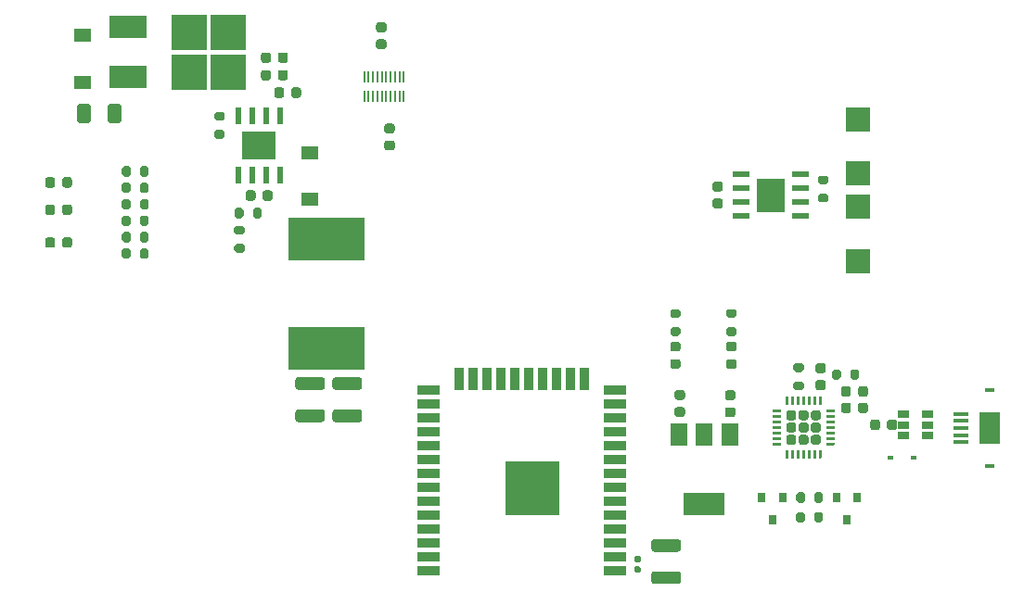
<source format=gbr>
%TF.GenerationSoftware,KiCad,Pcbnew,5.1.10-1.fc33*%
%TF.CreationDate,2021-05-26T11:17:30-04:00*%
%TF.ProjectId,UnderglowPCB,556e6465-7267-46c6-9f77-5043422e6b69,1.3.2*%
%TF.SameCoordinates,Original*%
%TF.FileFunction,Paste,Top*%
%TF.FilePolarity,Positive*%
%FSLAX46Y46*%
G04 Gerber Fmt 4.6, Leading zero omitted, Abs format (unit mm)*
G04 Created by KiCad (PCBNEW 5.1.10-1.fc33) date 2021-05-26 11:17:30*
%MOMM*%
%LPD*%
G01*
G04 APERTURE LIST*
%ADD10R,5.000000X5.000000*%
%ADD11R,2.000000X0.900000*%
%ADD12R,0.900000X2.000000*%
%ADD13R,1.524000X1.200000*%
%ADD14R,0.200000X1.100000*%
%ADD15R,0.200000X1.000000*%
%ADD16R,2.600000X3.100000*%
%ADD17R,1.550000X0.600000*%
%ADD18R,3.500000X2.000000*%
%ADD19R,3.300000X3.300000*%
%ADD20R,0.600000X0.450000*%
%ADD21R,1.060000X0.650000*%
%ADD22R,1.350000X0.400000*%
%ADD23R,1.900000X2.900000*%
%ADD24R,0.850000X0.300000*%
%ADD25R,1.500000X2.000000*%
%ADD26R,3.800000X2.000000*%
%ADD27R,0.800000X0.900000*%
%ADD28R,1.520000X1.200000*%
%ADD29R,2.260000X2.160000*%
%ADD30R,7.000000X4.000000*%
%ADD31R,0.600000X1.550000*%
%ADD32R,3.100000X2.600000*%
G04 APERTURE END LIST*
D10*
%TO.C,U1*%
X150850000Y-122705000D03*
D11*
X158350000Y-130205000D03*
X158350000Y-128935000D03*
X158350000Y-127665000D03*
X158350000Y-126395000D03*
X158350000Y-125125000D03*
X158350000Y-123855000D03*
X158350000Y-122585000D03*
X158350000Y-121315000D03*
X158350000Y-120045000D03*
X158350000Y-118775000D03*
X158350000Y-117505000D03*
X158350000Y-116235000D03*
X158350000Y-114965000D03*
X158350000Y-113695000D03*
D12*
X155565000Y-112695000D03*
X154295000Y-112695000D03*
X153025000Y-112695000D03*
X151755000Y-112695000D03*
X150485000Y-112695000D03*
X149215000Y-112695000D03*
X147945000Y-112695000D03*
X146675000Y-112695000D03*
X145405000Y-112695000D03*
X144135000Y-112695000D03*
D11*
X141350000Y-113695000D03*
X141350000Y-114965000D03*
X141350000Y-116235000D03*
X141350000Y-117505000D03*
X141350000Y-118775000D03*
X141350000Y-120045000D03*
X141350000Y-121315000D03*
X141350000Y-122585000D03*
X141350000Y-123855000D03*
X141350000Y-125125000D03*
X141350000Y-126395000D03*
X141350000Y-127665000D03*
X141350000Y-128935000D03*
X141350000Y-130205000D03*
%TD*%
D13*
%TO.C,D3*%
X130500000Y-92050000D03*
X130500000Y-96250000D03*
%TD*%
%TO.C,C1*%
G36*
G01*
X161949999Y-130300000D02*
X164150001Y-130300000D01*
G75*
G02*
X164400000Y-130549999I0J-249999D01*
G01*
X164400000Y-131200001D01*
G75*
G02*
X164150001Y-131450000I-249999J0D01*
G01*
X161949999Y-131450000D01*
G75*
G02*
X161700000Y-131200001I0J249999D01*
G01*
X161700000Y-130549999D01*
G75*
G02*
X161949999Y-130300000I249999J0D01*
G01*
G37*
G36*
G01*
X161949999Y-127350000D02*
X164150001Y-127350000D01*
G75*
G02*
X164400000Y-127599999I0J-249999D01*
G01*
X164400000Y-128250001D01*
G75*
G02*
X164150001Y-128500000I-249999J0D01*
G01*
X161949999Y-128500000D01*
G75*
G02*
X161700000Y-128250001I0J249999D01*
G01*
X161700000Y-127599999D01*
G75*
G02*
X161949999Y-127350000I249999J0D01*
G01*
G37*
%TD*%
%TO.C,C12*%
G36*
G01*
X136800000Y-80125000D02*
X137300000Y-80125000D01*
G75*
G02*
X137525000Y-80350000I0J-225000D01*
G01*
X137525000Y-80800000D01*
G75*
G02*
X137300000Y-81025000I-225000J0D01*
G01*
X136800000Y-81025000D01*
G75*
G02*
X136575000Y-80800000I0J225000D01*
G01*
X136575000Y-80350000D01*
G75*
G02*
X136800000Y-80125000I225000J0D01*
G01*
G37*
G36*
G01*
X136800000Y-81675000D02*
X137300000Y-81675000D01*
G75*
G02*
X137525000Y-81900000I0J-225000D01*
G01*
X137525000Y-82350000D01*
G75*
G02*
X137300000Y-82575000I-225000J0D01*
G01*
X136800000Y-82575000D01*
G75*
G02*
X136575000Y-82350000I0J225000D01*
G01*
X136575000Y-81900000D01*
G75*
G02*
X136800000Y-81675000I225000J0D01*
G01*
G37*
%TD*%
%TO.C,C11*%
G36*
G01*
X138050000Y-91825000D02*
X137550000Y-91825000D01*
G75*
G02*
X137325000Y-91600000I0J225000D01*
G01*
X137325000Y-91150000D01*
G75*
G02*
X137550000Y-90925000I225000J0D01*
G01*
X138050000Y-90925000D01*
G75*
G02*
X138275000Y-91150000I0J-225000D01*
G01*
X138275000Y-91600000D01*
G75*
G02*
X138050000Y-91825000I-225000J0D01*
G01*
G37*
G36*
G01*
X138050000Y-90275000D02*
X137550000Y-90275000D01*
G75*
G02*
X137325000Y-90050000I0J225000D01*
G01*
X137325000Y-89600000D01*
G75*
G02*
X137550000Y-89375000I225000J0D01*
G01*
X138050000Y-89375000D01*
G75*
G02*
X138275000Y-89600000I0J-225000D01*
G01*
X138275000Y-90050000D01*
G75*
G02*
X138050000Y-90275000I-225000J0D01*
G01*
G37*
%TD*%
D14*
%TO.C,U4*%
X135500000Y-86850000D03*
D15*
X135900000Y-86900000D03*
X136300000Y-86900000D03*
X136700000Y-86900000D03*
X137100000Y-86900000D03*
X137500000Y-86900000D03*
X137900000Y-86900000D03*
X138300000Y-86900000D03*
X138700000Y-86900000D03*
X139100000Y-86900000D03*
X139100000Y-85100000D03*
X138700000Y-85100000D03*
X138300000Y-85100000D03*
X137900000Y-85100000D03*
X137500000Y-85100000D03*
X137100000Y-85100000D03*
X136700000Y-85100000D03*
X136300000Y-85100000D03*
X135900000Y-85100000D03*
X135500000Y-85100000D03*
%TD*%
D16*
%TO.C,U6*%
X172600000Y-95925000D03*
D17*
X175300000Y-94020000D03*
X175300000Y-95290000D03*
X175300000Y-96560000D03*
X175300000Y-97830000D03*
X169900000Y-97830000D03*
X169900000Y-96560000D03*
X169900000Y-95290000D03*
X169900000Y-94020000D03*
%TD*%
%TO.C,U8*%
G36*
G01*
X178450000Y-118587500D02*
X178450000Y-118712500D01*
G75*
G02*
X178387500Y-118775000I-62500J0D01*
G01*
X177712500Y-118775000D01*
G75*
G02*
X177650000Y-118712500I0J62500D01*
G01*
X177650000Y-118587500D01*
G75*
G02*
X177712500Y-118525000I62500J0D01*
G01*
X178387500Y-118525000D01*
G75*
G02*
X178450000Y-118587500I0J-62500D01*
G01*
G37*
G36*
G01*
X178450000Y-118087500D02*
X178450000Y-118212500D01*
G75*
G02*
X178387500Y-118275000I-62500J0D01*
G01*
X177712500Y-118275000D01*
G75*
G02*
X177650000Y-118212500I0J62500D01*
G01*
X177650000Y-118087500D01*
G75*
G02*
X177712500Y-118025000I62500J0D01*
G01*
X178387500Y-118025000D01*
G75*
G02*
X178450000Y-118087500I0J-62500D01*
G01*
G37*
G36*
G01*
X178450000Y-117587500D02*
X178450000Y-117712500D01*
G75*
G02*
X178387500Y-117775000I-62500J0D01*
G01*
X177712500Y-117775000D01*
G75*
G02*
X177650000Y-117712500I0J62500D01*
G01*
X177650000Y-117587500D01*
G75*
G02*
X177712500Y-117525000I62500J0D01*
G01*
X178387500Y-117525000D01*
G75*
G02*
X178450000Y-117587500I0J-62500D01*
G01*
G37*
G36*
G01*
X178450000Y-117087500D02*
X178450000Y-117212500D01*
G75*
G02*
X178387500Y-117275000I-62500J0D01*
G01*
X177712500Y-117275000D01*
G75*
G02*
X177650000Y-117212500I0J62500D01*
G01*
X177650000Y-117087500D01*
G75*
G02*
X177712500Y-117025000I62500J0D01*
G01*
X178387500Y-117025000D01*
G75*
G02*
X178450000Y-117087500I0J-62500D01*
G01*
G37*
G36*
G01*
X178450000Y-116587500D02*
X178450000Y-116712500D01*
G75*
G02*
X178387500Y-116775000I-62500J0D01*
G01*
X177712500Y-116775000D01*
G75*
G02*
X177650000Y-116712500I0J62500D01*
G01*
X177650000Y-116587500D01*
G75*
G02*
X177712500Y-116525000I62500J0D01*
G01*
X178387500Y-116525000D01*
G75*
G02*
X178450000Y-116587500I0J-62500D01*
G01*
G37*
G36*
G01*
X178450000Y-116087500D02*
X178450000Y-116212500D01*
G75*
G02*
X178387500Y-116275000I-62500J0D01*
G01*
X177712500Y-116275000D01*
G75*
G02*
X177650000Y-116212500I0J62500D01*
G01*
X177650000Y-116087500D01*
G75*
G02*
X177712500Y-116025000I62500J0D01*
G01*
X178387500Y-116025000D01*
G75*
G02*
X178450000Y-116087500I0J-62500D01*
G01*
G37*
G36*
G01*
X178450000Y-115587500D02*
X178450000Y-115712500D01*
G75*
G02*
X178387500Y-115775000I-62500J0D01*
G01*
X177712500Y-115775000D01*
G75*
G02*
X177650000Y-115712500I0J62500D01*
G01*
X177650000Y-115587500D01*
G75*
G02*
X177712500Y-115525000I62500J0D01*
G01*
X178387500Y-115525000D01*
G75*
G02*
X178450000Y-115587500I0J-62500D01*
G01*
G37*
G36*
G01*
X177225000Y-114362500D02*
X177225000Y-115037500D01*
G75*
G02*
X177162500Y-115100000I-62500J0D01*
G01*
X177037500Y-115100000D01*
G75*
G02*
X176975000Y-115037500I0J62500D01*
G01*
X176975000Y-114362500D01*
G75*
G02*
X177037500Y-114300000I62500J0D01*
G01*
X177162500Y-114300000D01*
G75*
G02*
X177225000Y-114362500I0J-62500D01*
G01*
G37*
G36*
G01*
X176725000Y-114362500D02*
X176725000Y-115037500D01*
G75*
G02*
X176662500Y-115100000I-62500J0D01*
G01*
X176537500Y-115100000D01*
G75*
G02*
X176475000Y-115037500I0J62500D01*
G01*
X176475000Y-114362500D01*
G75*
G02*
X176537500Y-114300000I62500J0D01*
G01*
X176662500Y-114300000D01*
G75*
G02*
X176725000Y-114362500I0J-62500D01*
G01*
G37*
G36*
G01*
X176225000Y-114362500D02*
X176225000Y-115037500D01*
G75*
G02*
X176162500Y-115100000I-62500J0D01*
G01*
X176037500Y-115100000D01*
G75*
G02*
X175975000Y-115037500I0J62500D01*
G01*
X175975000Y-114362500D01*
G75*
G02*
X176037500Y-114300000I62500J0D01*
G01*
X176162500Y-114300000D01*
G75*
G02*
X176225000Y-114362500I0J-62500D01*
G01*
G37*
G36*
G01*
X175725000Y-114362500D02*
X175725000Y-115037500D01*
G75*
G02*
X175662500Y-115100000I-62500J0D01*
G01*
X175537500Y-115100000D01*
G75*
G02*
X175475000Y-115037500I0J62500D01*
G01*
X175475000Y-114362500D01*
G75*
G02*
X175537500Y-114300000I62500J0D01*
G01*
X175662500Y-114300000D01*
G75*
G02*
X175725000Y-114362500I0J-62500D01*
G01*
G37*
G36*
G01*
X175225000Y-114362500D02*
X175225000Y-115037500D01*
G75*
G02*
X175162500Y-115100000I-62500J0D01*
G01*
X175037500Y-115100000D01*
G75*
G02*
X174975000Y-115037500I0J62500D01*
G01*
X174975000Y-114362500D01*
G75*
G02*
X175037500Y-114300000I62500J0D01*
G01*
X175162500Y-114300000D01*
G75*
G02*
X175225000Y-114362500I0J-62500D01*
G01*
G37*
G36*
G01*
X174725000Y-114362500D02*
X174725000Y-115037500D01*
G75*
G02*
X174662500Y-115100000I-62500J0D01*
G01*
X174537500Y-115100000D01*
G75*
G02*
X174475000Y-115037500I0J62500D01*
G01*
X174475000Y-114362500D01*
G75*
G02*
X174537500Y-114300000I62500J0D01*
G01*
X174662500Y-114300000D01*
G75*
G02*
X174725000Y-114362500I0J-62500D01*
G01*
G37*
G36*
G01*
X174225000Y-114362500D02*
X174225000Y-115037500D01*
G75*
G02*
X174162500Y-115100000I-62500J0D01*
G01*
X174037500Y-115100000D01*
G75*
G02*
X173975000Y-115037500I0J62500D01*
G01*
X173975000Y-114362500D01*
G75*
G02*
X174037500Y-114300000I62500J0D01*
G01*
X174162500Y-114300000D01*
G75*
G02*
X174225000Y-114362500I0J-62500D01*
G01*
G37*
G36*
G01*
X173550000Y-115587500D02*
X173550000Y-115712500D01*
G75*
G02*
X173487500Y-115775000I-62500J0D01*
G01*
X172812500Y-115775000D01*
G75*
G02*
X172750000Y-115712500I0J62500D01*
G01*
X172750000Y-115587500D01*
G75*
G02*
X172812500Y-115525000I62500J0D01*
G01*
X173487500Y-115525000D01*
G75*
G02*
X173550000Y-115587500I0J-62500D01*
G01*
G37*
G36*
G01*
X173550000Y-116087500D02*
X173550000Y-116212500D01*
G75*
G02*
X173487500Y-116275000I-62500J0D01*
G01*
X172812500Y-116275000D01*
G75*
G02*
X172750000Y-116212500I0J62500D01*
G01*
X172750000Y-116087500D01*
G75*
G02*
X172812500Y-116025000I62500J0D01*
G01*
X173487500Y-116025000D01*
G75*
G02*
X173550000Y-116087500I0J-62500D01*
G01*
G37*
G36*
G01*
X173550000Y-116587500D02*
X173550000Y-116712500D01*
G75*
G02*
X173487500Y-116775000I-62500J0D01*
G01*
X172812500Y-116775000D01*
G75*
G02*
X172750000Y-116712500I0J62500D01*
G01*
X172750000Y-116587500D01*
G75*
G02*
X172812500Y-116525000I62500J0D01*
G01*
X173487500Y-116525000D01*
G75*
G02*
X173550000Y-116587500I0J-62500D01*
G01*
G37*
G36*
G01*
X173550000Y-117087500D02*
X173550000Y-117212500D01*
G75*
G02*
X173487500Y-117275000I-62500J0D01*
G01*
X172812500Y-117275000D01*
G75*
G02*
X172750000Y-117212500I0J62500D01*
G01*
X172750000Y-117087500D01*
G75*
G02*
X172812500Y-117025000I62500J0D01*
G01*
X173487500Y-117025000D01*
G75*
G02*
X173550000Y-117087500I0J-62500D01*
G01*
G37*
G36*
G01*
X173550000Y-117587500D02*
X173550000Y-117712500D01*
G75*
G02*
X173487500Y-117775000I-62500J0D01*
G01*
X172812500Y-117775000D01*
G75*
G02*
X172750000Y-117712500I0J62500D01*
G01*
X172750000Y-117587500D01*
G75*
G02*
X172812500Y-117525000I62500J0D01*
G01*
X173487500Y-117525000D01*
G75*
G02*
X173550000Y-117587500I0J-62500D01*
G01*
G37*
G36*
G01*
X173550000Y-118087500D02*
X173550000Y-118212500D01*
G75*
G02*
X173487500Y-118275000I-62500J0D01*
G01*
X172812500Y-118275000D01*
G75*
G02*
X172750000Y-118212500I0J62500D01*
G01*
X172750000Y-118087500D01*
G75*
G02*
X172812500Y-118025000I62500J0D01*
G01*
X173487500Y-118025000D01*
G75*
G02*
X173550000Y-118087500I0J-62500D01*
G01*
G37*
G36*
G01*
X173550000Y-118587500D02*
X173550000Y-118712500D01*
G75*
G02*
X173487500Y-118775000I-62500J0D01*
G01*
X172812500Y-118775000D01*
G75*
G02*
X172750000Y-118712500I0J62500D01*
G01*
X172750000Y-118587500D01*
G75*
G02*
X172812500Y-118525000I62500J0D01*
G01*
X173487500Y-118525000D01*
G75*
G02*
X173550000Y-118587500I0J-62500D01*
G01*
G37*
G36*
G01*
X174225000Y-119262500D02*
X174225000Y-119937500D01*
G75*
G02*
X174162500Y-120000000I-62500J0D01*
G01*
X174037500Y-120000000D01*
G75*
G02*
X173975000Y-119937500I0J62500D01*
G01*
X173975000Y-119262500D01*
G75*
G02*
X174037500Y-119200000I62500J0D01*
G01*
X174162500Y-119200000D01*
G75*
G02*
X174225000Y-119262500I0J-62500D01*
G01*
G37*
G36*
G01*
X174725000Y-119262500D02*
X174725000Y-119937500D01*
G75*
G02*
X174662500Y-120000000I-62500J0D01*
G01*
X174537500Y-120000000D01*
G75*
G02*
X174475000Y-119937500I0J62500D01*
G01*
X174475000Y-119262500D01*
G75*
G02*
X174537500Y-119200000I62500J0D01*
G01*
X174662500Y-119200000D01*
G75*
G02*
X174725000Y-119262500I0J-62500D01*
G01*
G37*
G36*
G01*
X175225000Y-119262500D02*
X175225000Y-119937500D01*
G75*
G02*
X175162500Y-120000000I-62500J0D01*
G01*
X175037500Y-120000000D01*
G75*
G02*
X174975000Y-119937500I0J62500D01*
G01*
X174975000Y-119262500D01*
G75*
G02*
X175037500Y-119200000I62500J0D01*
G01*
X175162500Y-119200000D01*
G75*
G02*
X175225000Y-119262500I0J-62500D01*
G01*
G37*
G36*
G01*
X175725000Y-119262500D02*
X175725000Y-119937500D01*
G75*
G02*
X175662500Y-120000000I-62500J0D01*
G01*
X175537500Y-120000000D01*
G75*
G02*
X175475000Y-119937500I0J62500D01*
G01*
X175475000Y-119262500D01*
G75*
G02*
X175537500Y-119200000I62500J0D01*
G01*
X175662500Y-119200000D01*
G75*
G02*
X175725000Y-119262500I0J-62500D01*
G01*
G37*
G36*
G01*
X176225000Y-119262500D02*
X176225000Y-119937500D01*
G75*
G02*
X176162500Y-120000000I-62500J0D01*
G01*
X176037500Y-120000000D01*
G75*
G02*
X175975000Y-119937500I0J62500D01*
G01*
X175975000Y-119262500D01*
G75*
G02*
X176037500Y-119200000I62500J0D01*
G01*
X176162500Y-119200000D01*
G75*
G02*
X176225000Y-119262500I0J-62500D01*
G01*
G37*
G36*
G01*
X176725000Y-119262500D02*
X176725000Y-119937500D01*
G75*
G02*
X176662500Y-120000000I-62500J0D01*
G01*
X176537500Y-120000000D01*
G75*
G02*
X176475000Y-119937500I0J62500D01*
G01*
X176475000Y-119262500D01*
G75*
G02*
X176537500Y-119200000I62500J0D01*
G01*
X176662500Y-119200000D01*
G75*
G02*
X176725000Y-119262500I0J-62500D01*
G01*
G37*
G36*
G01*
X177225000Y-119262500D02*
X177225000Y-119937500D01*
G75*
G02*
X177162500Y-120000000I-62500J0D01*
G01*
X177037500Y-120000000D01*
G75*
G02*
X176975000Y-119937500I0J62500D01*
G01*
X176975000Y-119262500D01*
G75*
G02*
X177037500Y-119200000I62500J0D01*
G01*
X177162500Y-119200000D01*
G75*
G02*
X177225000Y-119262500I0J-62500D01*
G01*
G37*
G36*
G01*
X177170000Y-118045000D02*
X177170000Y-118495000D01*
G75*
G02*
X176945000Y-118720000I-225000J0D01*
G01*
X176495000Y-118720000D01*
G75*
G02*
X176270000Y-118495000I0J225000D01*
G01*
X176270000Y-118045000D01*
G75*
G02*
X176495000Y-117820000I225000J0D01*
G01*
X176945000Y-117820000D01*
G75*
G02*
X177170000Y-118045000I0J-225000D01*
G01*
G37*
G36*
G01*
X177170000Y-116925000D02*
X177170000Y-117375000D01*
G75*
G02*
X176945000Y-117600000I-225000J0D01*
G01*
X176495000Y-117600000D01*
G75*
G02*
X176270000Y-117375000I0J225000D01*
G01*
X176270000Y-116925000D01*
G75*
G02*
X176495000Y-116700000I225000J0D01*
G01*
X176945000Y-116700000D01*
G75*
G02*
X177170000Y-116925000I0J-225000D01*
G01*
G37*
G36*
G01*
X177170000Y-115805000D02*
X177170000Y-116255000D01*
G75*
G02*
X176945000Y-116480000I-225000J0D01*
G01*
X176495000Y-116480000D01*
G75*
G02*
X176270000Y-116255000I0J225000D01*
G01*
X176270000Y-115805000D01*
G75*
G02*
X176495000Y-115580000I225000J0D01*
G01*
X176945000Y-115580000D01*
G75*
G02*
X177170000Y-115805000I0J-225000D01*
G01*
G37*
G36*
G01*
X176050000Y-118045000D02*
X176050000Y-118495000D01*
G75*
G02*
X175825000Y-118720000I-225000J0D01*
G01*
X175375000Y-118720000D01*
G75*
G02*
X175150000Y-118495000I0J225000D01*
G01*
X175150000Y-118045000D01*
G75*
G02*
X175375000Y-117820000I225000J0D01*
G01*
X175825000Y-117820000D01*
G75*
G02*
X176050000Y-118045000I0J-225000D01*
G01*
G37*
G36*
G01*
X176050000Y-116925000D02*
X176050000Y-117375000D01*
G75*
G02*
X175825000Y-117600000I-225000J0D01*
G01*
X175375000Y-117600000D01*
G75*
G02*
X175150000Y-117375000I0J225000D01*
G01*
X175150000Y-116925000D01*
G75*
G02*
X175375000Y-116700000I225000J0D01*
G01*
X175825000Y-116700000D01*
G75*
G02*
X176050000Y-116925000I0J-225000D01*
G01*
G37*
G36*
G01*
X176050000Y-115805000D02*
X176050000Y-116255000D01*
G75*
G02*
X175825000Y-116480000I-225000J0D01*
G01*
X175375000Y-116480000D01*
G75*
G02*
X175150000Y-116255000I0J225000D01*
G01*
X175150000Y-115805000D01*
G75*
G02*
X175375000Y-115580000I225000J0D01*
G01*
X175825000Y-115580000D01*
G75*
G02*
X176050000Y-115805000I0J-225000D01*
G01*
G37*
G36*
G01*
X174930000Y-118045000D02*
X174930000Y-118495000D01*
G75*
G02*
X174705000Y-118720000I-225000J0D01*
G01*
X174255000Y-118720000D01*
G75*
G02*
X174030000Y-118495000I0J225000D01*
G01*
X174030000Y-118045000D01*
G75*
G02*
X174255000Y-117820000I225000J0D01*
G01*
X174705000Y-117820000D01*
G75*
G02*
X174930000Y-118045000I0J-225000D01*
G01*
G37*
G36*
G01*
X174930000Y-116925000D02*
X174930000Y-117375000D01*
G75*
G02*
X174705000Y-117600000I-225000J0D01*
G01*
X174255000Y-117600000D01*
G75*
G02*
X174030000Y-117375000I0J225000D01*
G01*
X174030000Y-116925000D01*
G75*
G02*
X174255000Y-116700000I225000J0D01*
G01*
X174705000Y-116700000D01*
G75*
G02*
X174930000Y-116925000I0J-225000D01*
G01*
G37*
G36*
G01*
X174930000Y-115805000D02*
X174930000Y-116255000D01*
G75*
G02*
X174705000Y-116480000I-225000J0D01*
G01*
X174255000Y-116480000D01*
G75*
G02*
X174030000Y-116255000I0J225000D01*
G01*
X174030000Y-115805000D01*
G75*
G02*
X174255000Y-115580000I225000J0D01*
G01*
X174705000Y-115580000D01*
G75*
G02*
X174930000Y-115805000I0J-225000D01*
G01*
G37*
%TD*%
D18*
%TO.C,D1*%
X113925000Y-80550000D03*
X113925000Y-85130000D03*
D19*
X119550000Y-81050000D03*
X123100000Y-81050000D03*
X119550000Y-84650000D03*
X123100000Y-84650000D03*
%TD*%
%TO.C,C9*%
G36*
G01*
X164550000Y-114625000D02*
X164050000Y-114625000D01*
G75*
G02*
X163825000Y-114400000I0J225000D01*
G01*
X163825000Y-113950000D01*
G75*
G02*
X164050000Y-113725000I225000J0D01*
G01*
X164550000Y-113725000D01*
G75*
G02*
X164775000Y-113950000I0J-225000D01*
G01*
X164775000Y-114400000D01*
G75*
G02*
X164550000Y-114625000I-225000J0D01*
G01*
G37*
G36*
G01*
X164550000Y-116175000D02*
X164050000Y-116175000D01*
G75*
G02*
X163825000Y-115950000I0J225000D01*
G01*
X163825000Y-115500000D01*
G75*
G02*
X164050000Y-115275000I225000J0D01*
G01*
X164550000Y-115275000D01*
G75*
G02*
X164775000Y-115500000I0J-225000D01*
G01*
X164775000Y-115950000D01*
G75*
G02*
X164550000Y-116175000I-225000J0D01*
G01*
G37*
%TD*%
D20*
%TO.C,D6*%
X183550000Y-119900000D03*
X185650000Y-119900000D03*
%TD*%
%TO.C,C17*%
G36*
G01*
X179025000Y-115600000D02*
X179025000Y-115100000D01*
G75*
G02*
X179250000Y-114875000I225000J0D01*
G01*
X179700000Y-114875000D01*
G75*
G02*
X179925000Y-115100000I0J-225000D01*
G01*
X179925000Y-115600000D01*
G75*
G02*
X179700000Y-115825000I-225000J0D01*
G01*
X179250000Y-115825000D01*
G75*
G02*
X179025000Y-115600000I0J225000D01*
G01*
G37*
G36*
G01*
X180575000Y-115600000D02*
X180575000Y-115100000D01*
G75*
G02*
X180800000Y-114875000I225000J0D01*
G01*
X181250000Y-114875000D01*
G75*
G02*
X181475000Y-115100000I0J-225000D01*
G01*
X181475000Y-115600000D01*
G75*
G02*
X181250000Y-115825000I-225000J0D01*
G01*
X180800000Y-115825000D01*
G75*
G02*
X180575000Y-115600000I0J225000D01*
G01*
G37*
%TD*%
%TO.C,R7*%
G36*
G01*
X179850000Y-112575000D02*
X179850000Y-112025000D01*
G75*
G02*
X180050000Y-111825000I200000J0D01*
G01*
X180450000Y-111825000D01*
G75*
G02*
X180650000Y-112025000I0J-200000D01*
G01*
X180650000Y-112575000D01*
G75*
G02*
X180450000Y-112775000I-200000J0D01*
G01*
X180050000Y-112775000D01*
G75*
G02*
X179850000Y-112575000I0J200000D01*
G01*
G37*
G36*
G01*
X178200000Y-112575000D02*
X178200000Y-112025000D01*
G75*
G02*
X178400000Y-111825000I200000J0D01*
G01*
X178800000Y-111825000D01*
G75*
G02*
X179000000Y-112025000I0J-200000D01*
G01*
X179000000Y-112575000D01*
G75*
G02*
X178800000Y-112775000I-200000J0D01*
G01*
X178400000Y-112775000D01*
G75*
G02*
X178200000Y-112575000I0J200000D01*
G01*
G37*
%TD*%
D21*
%TO.C,U7*%
X184700000Y-116900000D03*
X184700000Y-117850000D03*
X184700000Y-115950000D03*
X186900000Y-115950000D03*
X186900000Y-116900000D03*
X186900000Y-117850000D03*
%TD*%
%TO.C,R8*%
G36*
G01*
X174875000Y-111275000D02*
X175425000Y-111275000D01*
G75*
G02*
X175625000Y-111475000I0J-200000D01*
G01*
X175625000Y-111875000D01*
G75*
G02*
X175425000Y-112075000I-200000J0D01*
G01*
X174875000Y-112075000D01*
G75*
G02*
X174675000Y-111875000I0J200000D01*
G01*
X174675000Y-111475000D01*
G75*
G02*
X174875000Y-111275000I200000J0D01*
G01*
G37*
G36*
G01*
X174875000Y-112925000D02*
X175425000Y-112925000D01*
G75*
G02*
X175625000Y-113125000I0J-200000D01*
G01*
X175625000Y-113525000D01*
G75*
G02*
X175425000Y-113725000I-200000J0D01*
G01*
X174875000Y-113725000D01*
G75*
G02*
X174675000Y-113525000I0J200000D01*
G01*
X174675000Y-113125000D01*
G75*
G02*
X174875000Y-112925000I200000J0D01*
G01*
G37*
%TD*%
D22*
%TO.C,J3*%
X189925000Y-118500000D03*
X189925000Y-117850000D03*
X189925000Y-117200000D03*
X189925000Y-115900000D03*
X189925000Y-116550000D03*
D23*
X192600000Y-117200000D03*
D24*
X192600000Y-113700000D03*
X192600000Y-120700000D03*
%TD*%
%TO.C,C14*%
G36*
G01*
X184125000Y-116650000D02*
X184125000Y-117150000D01*
G75*
G02*
X183900000Y-117375000I-225000J0D01*
G01*
X183450000Y-117375000D01*
G75*
G02*
X183225000Y-117150000I0J225000D01*
G01*
X183225000Y-116650000D01*
G75*
G02*
X183450000Y-116425000I225000J0D01*
G01*
X183900000Y-116425000D01*
G75*
G02*
X184125000Y-116650000I0J-225000D01*
G01*
G37*
G36*
G01*
X182575000Y-116650000D02*
X182575000Y-117150000D01*
G75*
G02*
X182350000Y-117375000I-225000J0D01*
G01*
X181900000Y-117375000D01*
G75*
G02*
X181675000Y-117150000I0J225000D01*
G01*
X181675000Y-116650000D01*
G75*
G02*
X181900000Y-116425000I225000J0D01*
G01*
X182350000Y-116425000D01*
G75*
G02*
X182575000Y-116650000I0J-225000D01*
G01*
G37*
%TD*%
%TO.C,C16*%
G36*
G01*
X180575000Y-114100000D02*
X180575000Y-113600000D01*
G75*
G02*
X180800000Y-113375000I225000J0D01*
G01*
X181250000Y-113375000D01*
G75*
G02*
X181475000Y-113600000I0J-225000D01*
G01*
X181475000Y-114100000D01*
G75*
G02*
X181250000Y-114325000I-225000J0D01*
G01*
X180800000Y-114325000D01*
G75*
G02*
X180575000Y-114100000I0J225000D01*
G01*
G37*
G36*
G01*
X179025000Y-114100000D02*
X179025000Y-113600000D01*
G75*
G02*
X179250000Y-113375000I225000J0D01*
G01*
X179700000Y-113375000D01*
G75*
G02*
X179925000Y-113600000I0J-225000D01*
G01*
X179925000Y-114100000D01*
G75*
G02*
X179700000Y-114325000I-225000J0D01*
G01*
X179250000Y-114325000D01*
G75*
G02*
X179025000Y-114100000I0J225000D01*
G01*
G37*
%TD*%
%TO.C,C15*%
G36*
G01*
X177400000Y-113725000D02*
X176900000Y-113725000D01*
G75*
G02*
X176675000Y-113500000I0J225000D01*
G01*
X176675000Y-113050000D01*
G75*
G02*
X176900000Y-112825000I225000J0D01*
G01*
X177400000Y-112825000D01*
G75*
G02*
X177625000Y-113050000I0J-225000D01*
G01*
X177625000Y-113500000D01*
G75*
G02*
X177400000Y-113725000I-225000J0D01*
G01*
G37*
G36*
G01*
X177400000Y-112175000D02*
X176900000Y-112175000D01*
G75*
G02*
X176675000Y-111950000I0J225000D01*
G01*
X176675000Y-111500000D01*
G75*
G02*
X176900000Y-111275000I225000J0D01*
G01*
X177400000Y-111275000D01*
G75*
G02*
X177625000Y-111500000I0J-225000D01*
G01*
X177625000Y-111950000D01*
G75*
G02*
X177400000Y-112175000I-225000J0D01*
G01*
G37*
%TD*%
%TO.C,F1*%
G36*
G01*
X112075000Y-89075000D02*
X112075000Y-87825000D01*
G75*
G02*
X112325000Y-87575000I250000J0D01*
G01*
X113075000Y-87575000D01*
G75*
G02*
X113325000Y-87825000I0J-250000D01*
G01*
X113325000Y-89075000D01*
G75*
G02*
X113075000Y-89325000I-250000J0D01*
G01*
X112325000Y-89325000D01*
G75*
G02*
X112075000Y-89075000I0J250000D01*
G01*
G37*
G36*
G01*
X109275000Y-89075000D02*
X109275000Y-87825000D01*
G75*
G02*
X109525000Y-87575000I250000J0D01*
G01*
X110275000Y-87575000D01*
G75*
G02*
X110525000Y-87825000I0J-250000D01*
G01*
X110525000Y-89075000D01*
G75*
G02*
X110275000Y-89325000I-250000J0D01*
G01*
X109525000Y-89325000D01*
G75*
G02*
X109275000Y-89075000I0J250000D01*
G01*
G37*
%TD*%
D25*
%TO.C,U3*%
X168850000Y-117800000D03*
X164250000Y-117800000D03*
X166550000Y-117800000D03*
D26*
X166550000Y-124100000D03*
%TD*%
%TO.C,C18*%
G36*
G01*
X108825000Y-97000000D02*
X108825000Y-97500000D01*
G75*
G02*
X108600000Y-97725000I-225000J0D01*
G01*
X108150000Y-97725000D01*
G75*
G02*
X107925000Y-97500000I0J225000D01*
G01*
X107925000Y-97000000D01*
G75*
G02*
X108150000Y-96775000I225000J0D01*
G01*
X108600000Y-96775000D01*
G75*
G02*
X108825000Y-97000000I0J-225000D01*
G01*
G37*
G36*
G01*
X107275000Y-97000000D02*
X107275000Y-97500000D01*
G75*
G02*
X107050000Y-97725000I-225000J0D01*
G01*
X106600000Y-97725000D01*
G75*
G02*
X106375000Y-97500000I0J225000D01*
G01*
X106375000Y-97000000D01*
G75*
G02*
X106600000Y-96775000I225000J0D01*
G01*
X107050000Y-96775000D01*
G75*
G02*
X107275000Y-97000000I0J-225000D01*
G01*
G37*
%TD*%
%TO.C,C19*%
G36*
G01*
X107275000Y-100000000D02*
X107275000Y-100500000D01*
G75*
G02*
X107050000Y-100725000I-225000J0D01*
G01*
X106600000Y-100725000D01*
G75*
G02*
X106375000Y-100500000I0J225000D01*
G01*
X106375000Y-100000000D01*
G75*
G02*
X106600000Y-99775000I225000J0D01*
G01*
X107050000Y-99775000D01*
G75*
G02*
X107275000Y-100000000I0J-225000D01*
G01*
G37*
G36*
G01*
X108825000Y-100000000D02*
X108825000Y-100500000D01*
G75*
G02*
X108600000Y-100725000I-225000J0D01*
G01*
X108150000Y-100725000D01*
G75*
G02*
X107925000Y-100500000I0J225000D01*
G01*
X107925000Y-100000000D01*
G75*
G02*
X108150000Y-99775000I225000J0D01*
G01*
X108600000Y-99775000D01*
G75*
G02*
X108825000Y-100000000I0J-225000D01*
G01*
G37*
%TD*%
%TO.C,C20*%
G36*
G01*
X108825000Y-94500000D02*
X108825000Y-95000000D01*
G75*
G02*
X108600000Y-95225000I-225000J0D01*
G01*
X108150000Y-95225000D01*
G75*
G02*
X107925000Y-95000000I0J225000D01*
G01*
X107925000Y-94500000D01*
G75*
G02*
X108150000Y-94275000I225000J0D01*
G01*
X108600000Y-94275000D01*
G75*
G02*
X108825000Y-94500000I0J-225000D01*
G01*
G37*
G36*
G01*
X107275000Y-94500000D02*
X107275000Y-95000000D01*
G75*
G02*
X107050000Y-95225000I-225000J0D01*
G01*
X106600000Y-95225000D01*
G75*
G02*
X106375000Y-95000000I0J225000D01*
G01*
X106375000Y-94500000D01*
G75*
G02*
X106600000Y-94275000I225000J0D01*
G01*
X107050000Y-94275000D01*
G75*
G02*
X107275000Y-94500000I0J-225000D01*
G01*
G37*
%TD*%
%TO.C,C13*%
G36*
G01*
X168000000Y-97125000D02*
X167500000Y-97125000D01*
G75*
G02*
X167275000Y-96900000I0J225000D01*
G01*
X167275000Y-96450000D01*
G75*
G02*
X167500000Y-96225000I225000J0D01*
G01*
X168000000Y-96225000D01*
G75*
G02*
X168225000Y-96450000I0J-225000D01*
G01*
X168225000Y-96900000D01*
G75*
G02*
X168000000Y-97125000I-225000J0D01*
G01*
G37*
G36*
G01*
X168000000Y-95575000D02*
X167500000Y-95575000D01*
G75*
G02*
X167275000Y-95350000I0J225000D01*
G01*
X167275000Y-94900000D01*
G75*
G02*
X167500000Y-94675000I225000J0D01*
G01*
X168000000Y-94675000D01*
G75*
G02*
X168225000Y-94900000I0J-225000D01*
G01*
X168225000Y-95350000D01*
G75*
G02*
X168000000Y-95575000I-225000J0D01*
G01*
G37*
%TD*%
%TO.C,R9*%
G36*
G01*
X115025000Y-97025000D02*
X115025000Y-96475000D01*
G75*
G02*
X115225000Y-96275000I200000J0D01*
G01*
X115625000Y-96275000D01*
G75*
G02*
X115825000Y-96475000I0J-200000D01*
G01*
X115825000Y-97025000D01*
G75*
G02*
X115625000Y-97225000I-200000J0D01*
G01*
X115225000Y-97225000D01*
G75*
G02*
X115025000Y-97025000I0J200000D01*
G01*
G37*
G36*
G01*
X113375000Y-97025000D02*
X113375000Y-96475000D01*
G75*
G02*
X113575000Y-96275000I200000J0D01*
G01*
X113975000Y-96275000D01*
G75*
G02*
X114175000Y-96475000I0J-200000D01*
G01*
X114175000Y-97025000D01*
G75*
G02*
X113975000Y-97225000I-200000J0D01*
G01*
X113575000Y-97225000D01*
G75*
G02*
X113375000Y-97025000I0J200000D01*
G01*
G37*
%TD*%
%TO.C,R10*%
G36*
G01*
X115825000Y-97975000D02*
X115825000Y-98525000D01*
G75*
G02*
X115625000Y-98725000I-200000J0D01*
G01*
X115225000Y-98725000D01*
G75*
G02*
X115025000Y-98525000I0J200000D01*
G01*
X115025000Y-97975000D01*
G75*
G02*
X115225000Y-97775000I200000J0D01*
G01*
X115625000Y-97775000D01*
G75*
G02*
X115825000Y-97975000I0J-200000D01*
G01*
G37*
G36*
G01*
X114175000Y-97975000D02*
X114175000Y-98525000D01*
G75*
G02*
X113975000Y-98725000I-200000J0D01*
G01*
X113575000Y-98725000D01*
G75*
G02*
X113375000Y-98525000I0J200000D01*
G01*
X113375000Y-97975000D01*
G75*
G02*
X113575000Y-97775000I200000J0D01*
G01*
X113975000Y-97775000D01*
G75*
G02*
X114175000Y-97975000I0J-200000D01*
G01*
G37*
%TD*%
%TO.C,R11*%
G36*
G01*
X115025000Y-100025000D02*
X115025000Y-99475000D01*
G75*
G02*
X115225000Y-99275000I200000J0D01*
G01*
X115625000Y-99275000D01*
G75*
G02*
X115825000Y-99475000I0J-200000D01*
G01*
X115825000Y-100025000D01*
G75*
G02*
X115625000Y-100225000I-200000J0D01*
G01*
X115225000Y-100225000D01*
G75*
G02*
X115025000Y-100025000I0J200000D01*
G01*
G37*
G36*
G01*
X113375000Y-100025000D02*
X113375000Y-99475000D01*
G75*
G02*
X113575000Y-99275000I200000J0D01*
G01*
X113975000Y-99275000D01*
G75*
G02*
X114175000Y-99475000I0J-200000D01*
G01*
X114175000Y-100025000D01*
G75*
G02*
X113975000Y-100225000I-200000J0D01*
G01*
X113575000Y-100225000D01*
G75*
G02*
X113375000Y-100025000I0J200000D01*
G01*
G37*
%TD*%
%TO.C,R12*%
G36*
G01*
X115825000Y-100975000D02*
X115825000Y-101525000D01*
G75*
G02*
X115625000Y-101725000I-200000J0D01*
G01*
X115225000Y-101725000D01*
G75*
G02*
X115025000Y-101525000I0J200000D01*
G01*
X115025000Y-100975000D01*
G75*
G02*
X115225000Y-100775000I200000J0D01*
G01*
X115625000Y-100775000D01*
G75*
G02*
X115825000Y-100975000I0J-200000D01*
G01*
G37*
G36*
G01*
X114175000Y-100975000D02*
X114175000Y-101525000D01*
G75*
G02*
X113975000Y-101725000I-200000J0D01*
G01*
X113575000Y-101725000D01*
G75*
G02*
X113375000Y-101525000I0J200000D01*
G01*
X113375000Y-100975000D01*
G75*
G02*
X113575000Y-100775000I200000J0D01*
G01*
X113975000Y-100775000D01*
G75*
G02*
X114175000Y-100975000I0J-200000D01*
G01*
G37*
%TD*%
%TO.C,R13*%
G36*
G01*
X115025000Y-94025000D02*
X115025000Y-93475000D01*
G75*
G02*
X115225000Y-93275000I200000J0D01*
G01*
X115625000Y-93275000D01*
G75*
G02*
X115825000Y-93475000I0J-200000D01*
G01*
X115825000Y-94025000D01*
G75*
G02*
X115625000Y-94225000I-200000J0D01*
G01*
X115225000Y-94225000D01*
G75*
G02*
X115025000Y-94025000I0J200000D01*
G01*
G37*
G36*
G01*
X113375000Y-94025000D02*
X113375000Y-93475000D01*
G75*
G02*
X113575000Y-93275000I200000J0D01*
G01*
X113975000Y-93275000D01*
G75*
G02*
X114175000Y-93475000I0J-200000D01*
G01*
X114175000Y-94025000D01*
G75*
G02*
X113975000Y-94225000I-200000J0D01*
G01*
X113575000Y-94225000D01*
G75*
G02*
X113375000Y-94025000I0J200000D01*
G01*
G37*
%TD*%
%TO.C,R14*%
G36*
G01*
X115825000Y-94975000D02*
X115825000Y-95525000D01*
G75*
G02*
X115625000Y-95725000I-200000J0D01*
G01*
X115225000Y-95725000D01*
G75*
G02*
X115025000Y-95525000I0J200000D01*
G01*
X115025000Y-94975000D01*
G75*
G02*
X115225000Y-94775000I200000J0D01*
G01*
X115625000Y-94775000D01*
G75*
G02*
X115825000Y-94975000I0J-200000D01*
G01*
G37*
G36*
G01*
X114175000Y-94975000D02*
X114175000Y-95525000D01*
G75*
G02*
X113975000Y-95725000I-200000J0D01*
G01*
X113575000Y-95725000D01*
G75*
G02*
X113375000Y-95525000I0J200000D01*
G01*
X113375000Y-94975000D01*
G75*
G02*
X113575000Y-94775000I200000J0D01*
G01*
X113975000Y-94775000D01*
G75*
G02*
X114175000Y-94975000I0J-200000D01*
G01*
G37*
%TD*%
%TO.C,R4*%
G36*
G01*
X176575000Y-125625000D02*
X176575000Y-125075000D01*
G75*
G02*
X176775000Y-124875000I200000J0D01*
G01*
X177175000Y-124875000D01*
G75*
G02*
X177375000Y-125075000I0J-200000D01*
G01*
X177375000Y-125625000D01*
G75*
G02*
X177175000Y-125825000I-200000J0D01*
G01*
X176775000Y-125825000D01*
G75*
G02*
X176575000Y-125625000I0J200000D01*
G01*
G37*
G36*
G01*
X174925000Y-125625000D02*
X174925000Y-125075000D01*
G75*
G02*
X175125000Y-124875000I200000J0D01*
G01*
X175525000Y-124875000D01*
G75*
G02*
X175725000Y-125075000I0J-200000D01*
G01*
X175725000Y-125625000D01*
G75*
G02*
X175525000Y-125825000I-200000J0D01*
G01*
X175125000Y-125825000D01*
G75*
G02*
X174925000Y-125625000I0J200000D01*
G01*
G37*
%TD*%
%TO.C,R5*%
G36*
G01*
X177375000Y-123275000D02*
X177375000Y-123825000D01*
G75*
G02*
X177175000Y-124025000I-200000J0D01*
G01*
X176775000Y-124025000D01*
G75*
G02*
X176575000Y-123825000I0J200000D01*
G01*
X176575000Y-123275000D01*
G75*
G02*
X176775000Y-123075000I200000J0D01*
G01*
X177175000Y-123075000D01*
G75*
G02*
X177375000Y-123275000I0J-200000D01*
G01*
G37*
G36*
G01*
X175725000Y-123275000D02*
X175725000Y-123825000D01*
G75*
G02*
X175525000Y-124025000I-200000J0D01*
G01*
X175125000Y-124025000D01*
G75*
G02*
X174925000Y-123825000I0J200000D01*
G01*
X174925000Y-123275000D01*
G75*
G02*
X175125000Y-123075000I200000J0D01*
G01*
X175525000Y-123075000D01*
G75*
G02*
X175725000Y-123275000I0J-200000D01*
G01*
G37*
%TD*%
%TO.C,R6*%
G36*
G01*
X177125000Y-94125000D02*
X177675000Y-94125000D01*
G75*
G02*
X177875000Y-94325000I0J-200000D01*
G01*
X177875000Y-94725000D01*
G75*
G02*
X177675000Y-94925000I-200000J0D01*
G01*
X177125000Y-94925000D01*
G75*
G02*
X176925000Y-94725000I0J200000D01*
G01*
X176925000Y-94325000D01*
G75*
G02*
X177125000Y-94125000I200000J0D01*
G01*
G37*
G36*
G01*
X177125000Y-95775000D02*
X177675000Y-95775000D01*
G75*
G02*
X177875000Y-95975000I0J-200000D01*
G01*
X177875000Y-96375000D01*
G75*
G02*
X177675000Y-96575000I-200000J0D01*
G01*
X177125000Y-96575000D01*
G75*
G02*
X176925000Y-96375000I0J200000D01*
G01*
X176925000Y-95975000D01*
G75*
G02*
X177125000Y-95775000I200000J0D01*
G01*
G37*
%TD*%
D27*
%TO.C,Q1*%
X173700000Y-123550000D03*
X171800000Y-123550000D03*
X172750000Y-125550000D03*
%TD*%
%TO.C,Q2*%
X179550000Y-125550000D03*
X178600000Y-123550000D03*
X180500000Y-123550000D03*
%TD*%
%TO.C,C10*%
G36*
G01*
X169150000Y-116200000D02*
X168650000Y-116200000D01*
G75*
G02*
X168425000Y-115975000I0J225000D01*
G01*
X168425000Y-115525000D01*
G75*
G02*
X168650000Y-115300000I225000J0D01*
G01*
X169150000Y-115300000D01*
G75*
G02*
X169375000Y-115525000I0J-225000D01*
G01*
X169375000Y-115975000D01*
G75*
G02*
X169150000Y-116200000I-225000J0D01*
G01*
G37*
G36*
G01*
X169150000Y-114650000D02*
X168650000Y-114650000D01*
G75*
G02*
X168425000Y-114425000I0J225000D01*
G01*
X168425000Y-113975000D01*
G75*
G02*
X168650000Y-113750000I225000J0D01*
G01*
X169150000Y-113750000D01*
G75*
G02*
X169375000Y-113975000I0J-225000D01*
G01*
X169375000Y-114425000D01*
G75*
G02*
X169150000Y-114650000I-225000J0D01*
G01*
G37*
%TD*%
%TO.C,C2*%
G36*
G01*
X160280000Y-129850000D02*
X160620000Y-129850000D01*
G75*
G02*
X160760000Y-129990000I0J-140000D01*
G01*
X160760000Y-130270000D01*
G75*
G02*
X160620000Y-130410000I-140000J0D01*
G01*
X160280000Y-130410000D01*
G75*
G02*
X160140000Y-130270000I0J140000D01*
G01*
X160140000Y-129990000D01*
G75*
G02*
X160280000Y-129850000I140000J0D01*
G01*
G37*
G36*
G01*
X160280000Y-128890000D02*
X160620000Y-128890000D01*
G75*
G02*
X160760000Y-129030000I0J-140000D01*
G01*
X160760000Y-129310000D01*
G75*
G02*
X160620000Y-129450000I-140000J0D01*
G01*
X160280000Y-129450000D01*
G75*
G02*
X160140000Y-129310000I0J140000D01*
G01*
X160140000Y-129030000D01*
G75*
G02*
X160280000Y-128890000I140000J0D01*
G01*
G37*
%TD*%
%TO.C,D7*%
G36*
G01*
X168743750Y-109325000D02*
X169256250Y-109325000D01*
G75*
G02*
X169475000Y-109543750I0J-218750D01*
G01*
X169475000Y-109981250D01*
G75*
G02*
X169256250Y-110200000I-218750J0D01*
G01*
X168743750Y-110200000D01*
G75*
G02*
X168525000Y-109981250I0J218750D01*
G01*
X168525000Y-109543750D01*
G75*
G02*
X168743750Y-109325000I218750J0D01*
G01*
G37*
G36*
G01*
X168743750Y-110900000D02*
X169256250Y-110900000D01*
G75*
G02*
X169475000Y-111118750I0J-218750D01*
G01*
X169475000Y-111556250D01*
G75*
G02*
X169256250Y-111775000I-218750J0D01*
G01*
X168743750Y-111775000D01*
G75*
G02*
X168525000Y-111556250I0J218750D01*
G01*
X168525000Y-111118750D01*
G75*
G02*
X168743750Y-110900000I218750J0D01*
G01*
G37*
%TD*%
%TO.C,D8*%
G36*
G01*
X163643750Y-110900000D02*
X164156250Y-110900000D01*
G75*
G02*
X164375000Y-111118750I0J-218750D01*
G01*
X164375000Y-111556250D01*
G75*
G02*
X164156250Y-111775000I-218750J0D01*
G01*
X163643750Y-111775000D01*
G75*
G02*
X163425000Y-111556250I0J218750D01*
G01*
X163425000Y-111118750D01*
G75*
G02*
X163643750Y-110900000I218750J0D01*
G01*
G37*
G36*
G01*
X163643750Y-109325000D02*
X164156250Y-109325000D01*
G75*
G02*
X164375000Y-109543750I0J-218750D01*
G01*
X164375000Y-109981250D01*
G75*
G02*
X164156250Y-110200000I-218750J0D01*
G01*
X163643750Y-110200000D01*
G75*
G02*
X163425000Y-109981250I0J218750D01*
G01*
X163425000Y-109543750D01*
G75*
G02*
X163643750Y-109325000I218750J0D01*
G01*
G37*
%TD*%
%TO.C,R15*%
G36*
G01*
X169275000Y-107125000D02*
X168725000Y-107125000D01*
G75*
G02*
X168525000Y-106925000I0J200000D01*
G01*
X168525000Y-106525000D01*
G75*
G02*
X168725000Y-106325000I200000J0D01*
G01*
X169275000Y-106325000D01*
G75*
G02*
X169475000Y-106525000I0J-200000D01*
G01*
X169475000Y-106925000D01*
G75*
G02*
X169275000Y-107125000I-200000J0D01*
G01*
G37*
G36*
G01*
X169275000Y-108775000D02*
X168725000Y-108775000D01*
G75*
G02*
X168525000Y-108575000I0J200000D01*
G01*
X168525000Y-108175000D01*
G75*
G02*
X168725000Y-107975000I200000J0D01*
G01*
X169275000Y-107975000D01*
G75*
G02*
X169475000Y-108175000I0J-200000D01*
G01*
X169475000Y-108575000D01*
G75*
G02*
X169275000Y-108775000I-200000J0D01*
G01*
G37*
%TD*%
%TO.C,R16*%
G36*
G01*
X164175000Y-108775000D02*
X163625000Y-108775000D01*
G75*
G02*
X163425000Y-108575000I0J200000D01*
G01*
X163425000Y-108175000D01*
G75*
G02*
X163625000Y-107975000I200000J0D01*
G01*
X164175000Y-107975000D01*
G75*
G02*
X164375000Y-108175000I0J-200000D01*
G01*
X164375000Y-108575000D01*
G75*
G02*
X164175000Y-108775000I-200000J0D01*
G01*
G37*
G36*
G01*
X164175000Y-107125000D02*
X163625000Y-107125000D01*
G75*
G02*
X163425000Y-106925000I0J200000D01*
G01*
X163425000Y-106525000D01*
G75*
G02*
X163625000Y-106325000I200000J0D01*
G01*
X164175000Y-106325000D01*
G75*
G02*
X164375000Y-106525000I0J-200000D01*
G01*
X164375000Y-106925000D01*
G75*
G02*
X164175000Y-107125000I-200000J0D01*
G01*
G37*
%TD*%
%TO.C,C3*%
G36*
G01*
X127625000Y-83600000D02*
X127625000Y-83100000D01*
G75*
G02*
X127850000Y-82875000I225000J0D01*
G01*
X128300000Y-82875000D01*
G75*
G02*
X128525000Y-83100000I0J-225000D01*
G01*
X128525000Y-83600000D01*
G75*
G02*
X128300000Y-83825000I-225000J0D01*
G01*
X127850000Y-83825000D01*
G75*
G02*
X127625000Y-83600000I0J225000D01*
G01*
G37*
G36*
G01*
X126075000Y-83600000D02*
X126075000Y-83100000D01*
G75*
G02*
X126300000Y-82875000I225000J0D01*
G01*
X126750000Y-82875000D01*
G75*
G02*
X126975000Y-83100000I0J-225000D01*
G01*
X126975000Y-83600000D01*
G75*
G02*
X126750000Y-83825000I-225000J0D01*
G01*
X126300000Y-83825000D01*
G75*
G02*
X126075000Y-83600000I0J225000D01*
G01*
G37*
%TD*%
%TO.C,C4*%
G36*
G01*
X126075000Y-85200000D02*
X126075000Y-84700000D01*
G75*
G02*
X126300000Y-84475000I225000J0D01*
G01*
X126750000Y-84475000D01*
G75*
G02*
X126975000Y-84700000I0J-225000D01*
G01*
X126975000Y-85200000D01*
G75*
G02*
X126750000Y-85425000I-225000J0D01*
G01*
X126300000Y-85425000D01*
G75*
G02*
X126075000Y-85200000I0J225000D01*
G01*
G37*
G36*
G01*
X127625000Y-85200000D02*
X127625000Y-84700000D01*
G75*
G02*
X127850000Y-84475000I225000J0D01*
G01*
X128300000Y-84475000D01*
G75*
G02*
X128525000Y-84700000I0J-225000D01*
G01*
X128525000Y-85200000D01*
G75*
G02*
X128300000Y-85425000I-225000J0D01*
G01*
X127850000Y-85425000D01*
G75*
G02*
X127625000Y-85200000I0J225000D01*
G01*
G37*
%TD*%
%TO.C,C5*%
G36*
G01*
X124675000Y-96200000D02*
X124675000Y-95700000D01*
G75*
G02*
X124900000Y-95475000I225000J0D01*
G01*
X125350000Y-95475000D01*
G75*
G02*
X125575000Y-95700000I0J-225000D01*
G01*
X125575000Y-96200000D01*
G75*
G02*
X125350000Y-96425000I-225000J0D01*
G01*
X124900000Y-96425000D01*
G75*
G02*
X124675000Y-96200000I0J225000D01*
G01*
G37*
G36*
G01*
X126225000Y-96200000D02*
X126225000Y-95700000D01*
G75*
G02*
X126450000Y-95475000I225000J0D01*
G01*
X126900000Y-95475000D01*
G75*
G02*
X127125000Y-95700000I0J-225000D01*
G01*
X127125000Y-96200000D01*
G75*
G02*
X126900000Y-96425000I-225000J0D01*
G01*
X126450000Y-96425000D01*
G75*
G02*
X126225000Y-96200000I0J225000D01*
G01*
G37*
%TD*%
%TO.C,C6*%
G36*
G01*
X128825000Y-86800000D02*
X128825000Y-86300000D01*
G75*
G02*
X129050000Y-86075000I225000J0D01*
G01*
X129500000Y-86075000D01*
G75*
G02*
X129725000Y-86300000I0J-225000D01*
G01*
X129725000Y-86800000D01*
G75*
G02*
X129500000Y-87025000I-225000J0D01*
G01*
X129050000Y-87025000D01*
G75*
G02*
X128825000Y-86800000I0J225000D01*
G01*
G37*
G36*
G01*
X127275000Y-86800000D02*
X127275000Y-86300000D01*
G75*
G02*
X127500000Y-86075000I225000J0D01*
G01*
X127950000Y-86075000D01*
G75*
G02*
X128175000Y-86300000I0J-225000D01*
G01*
X128175000Y-86800000D01*
G75*
G02*
X127950000Y-87025000I-225000J0D01*
G01*
X127500000Y-87025000D01*
G75*
G02*
X127275000Y-86800000I0J225000D01*
G01*
G37*
%TD*%
%TO.C,C7*%
G36*
G01*
X132849999Y-115500000D02*
X135050001Y-115500000D01*
G75*
G02*
X135300000Y-115749999I0J-249999D01*
G01*
X135300000Y-116400001D01*
G75*
G02*
X135050001Y-116650000I-249999J0D01*
G01*
X132849999Y-116650000D01*
G75*
G02*
X132600000Y-116400001I0J249999D01*
G01*
X132600000Y-115749999D01*
G75*
G02*
X132849999Y-115500000I249999J0D01*
G01*
G37*
G36*
G01*
X132849999Y-112550000D02*
X135050001Y-112550000D01*
G75*
G02*
X135300000Y-112799999I0J-249999D01*
G01*
X135300000Y-113450001D01*
G75*
G02*
X135050001Y-113700000I-249999J0D01*
G01*
X132849999Y-113700000D01*
G75*
G02*
X132600000Y-113450001I0J249999D01*
G01*
X132600000Y-112799999D01*
G75*
G02*
X132849999Y-112550000I249999J0D01*
G01*
G37*
%TD*%
%TO.C,C8*%
G36*
G01*
X129449999Y-112550000D02*
X131650001Y-112550000D01*
G75*
G02*
X131900000Y-112799999I0J-249999D01*
G01*
X131900000Y-113450001D01*
G75*
G02*
X131650001Y-113700000I-249999J0D01*
G01*
X129449999Y-113700000D01*
G75*
G02*
X129200000Y-113450001I0J249999D01*
G01*
X129200000Y-112799999D01*
G75*
G02*
X129449999Y-112550000I249999J0D01*
G01*
G37*
G36*
G01*
X129449999Y-115500000D02*
X131650001Y-115500000D01*
G75*
G02*
X131900000Y-115749999I0J-249999D01*
G01*
X131900000Y-116400001D01*
G75*
G02*
X131650001Y-116650000I-249999J0D01*
G01*
X129449999Y-116650000D01*
G75*
G02*
X129200000Y-116400001I0J249999D01*
G01*
X129200000Y-115749999D01*
G75*
G02*
X129449999Y-115500000I249999J0D01*
G01*
G37*
%TD*%
D28*
%TO.C,D2*%
X109800000Y-85610000D03*
X109800000Y-81290000D03*
%TD*%
D29*
%TO.C,D4*%
X180550000Y-96980000D03*
X180550000Y-101920000D03*
%TD*%
%TO.C,D5*%
X180550000Y-88980000D03*
X180550000Y-93920000D03*
%TD*%
D30*
%TO.C,L1*%
X132050000Y-99950000D03*
X132050000Y-109950000D03*
%TD*%
%TO.C,R1*%
G36*
G01*
X122025000Y-89950000D02*
X122575000Y-89950000D01*
G75*
G02*
X122775000Y-90150000I0J-200000D01*
G01*
X122775000Y-90550000D01*
G75*
G02*
X122575000Y-90750000I-200000J0D01*
G01*
X122025000Y-90750000D01*
G75*
G02*
X121825000Y-90550000I0J200000D01*
G01*
X121825000Y-90150000D01*
G75*
G02*
X122025000Y-89950000I200000J0D01*
G01*
G37*
G36*
G01*
X122025000Y-88300000D02*
X122575000Y-88300000D01*
G75*
G02*
X122775000Y-88500000I0J-200000D01*
G01*
X122775000Y-88900000D01*
G75*
G02*
X122575000Y-89100000I-200000J0D01*
G01*
X122025000Y-89100000D01*
G75*
G02*
X121825000Y-88900000I0J200000D01*
G01*
X121825000Y-88500000D01*
G75*
G02*
X122025000Y-88300000I200000J0D01*
G01*
G37*
%TD*%
%TO.C,R2*%
G36*
G01*
X124375000Y-101175000D02*
X123825000Y-101175000D01*
G75*
G02*
X123625000Y-100975000I0J200000D01*
G01*
X123625000Y-100575000D01*
G75*
G02*
X123825000Y-100375000I200000J0D01*
G01*
X124375000Y-100375000D01*
G75*
G02*
X124575000Y-100575000I0J-200000D01*
G01*
X124575000Y-100975000D01*
G75*
G02*
X124375000Y-101175000I-200000J0D01*
G01*
G37*
G36*
G01*
X124375000Y-99525000D02*
X123825000Y-99525000D01*
G75*
G02*
X123625000Y-99325000I0J200000D01*
G01*
X123625000Y-98925000D01*
G75*
G02*
X123825000Y-98725000I200000J0D01*
G01*
X124375000Y-98725000D01*
G75*
G02*
X124575000Y-98925000I0J-200000D01*
G01*
X124575000Y-99325000D01*
G75*
G02*
X124375000Y-99525000I-200000J0D01*
G01*
G37*
%TD*%
%TO.C,R3*%
G36*
G01*
X123675000Y-97825000D02*
X123675000Y-97275000D01*
G75*
G02*
X123875000Y-97075000I200000J0D01*
G01*
X124275000Y-97075000D01*
G75*
G02*
X124475000Y-97275000I0J-200000D01*
G01*
X124475000Y-97825000D01*
G75*
G02*
X124275000Y-98025000I-200000J0D01*
G01*
X123875000Y-98025000D01*
G75*
G02*
X123675000Y-97825000I0J200000D01*
G01*
G37*
G36*
G01*
X125325000Y-97825000D02*
X125325000Y-97275000D01*
G75*
G02*
X125525000Y-97075000I200000J0D01*
G01*
X125925000Y-97075000D01*
G75*
G02*
X126125000Y-97275000I0J-200000D01*
G01*
X126125000Y-97825000D01*
G75*
G02*
X125925000Y-98025000I-200000J0D01*
G01*
X125525000Y-98025000D01*
G75*
G02*
X125325000Y-97825000I0J200000D01*
G01*
G37*
%TD*%
D31*
%TO.C,U2*%
X127805000Y-88650000D03*
X126535000Y-88650000D03*
X125265000Y-88650000D03*
X123995000Y-88650000D03*
X123995000Y-94050000D03*
X125265000Y-94050000D03*
X126535000Y-94050000D03*
X127805000Y-94050000D03*
D32*
X125900000Y-91350000D03*
%TD*%
M02*

</source>
